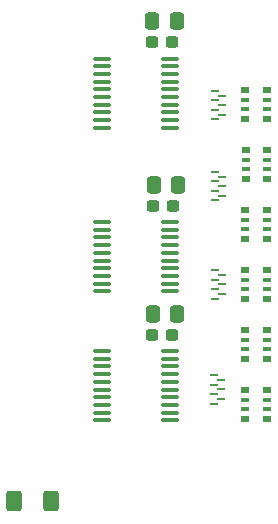
<source format=gbr>
%TF.GenerationSoftware,KiCad,Pcbnew,7.0.2-0*%
%TF.CreationDate,2023-06-06T22:34:11+02:00*%
%TF.ProjectId,SCAN2000_driver,5343414e-3230-4303-905f-647269766572,1.0*%
%TF.SameCoordinates,Original*%
%TF.FileFunction,Paste,Top*%
%TF.FilePolarity,Positive*%
%FSLAX46Y46*%
G04 Gerber Fmt 4.6, Leading zero omitted, Abs format (unit mm)*
G04 Created by KiCad (PCBNEW 7.0.2-0) date 2023-06-06 22:34:11*
%MOMM*%
%LPD*%
G01*
G04 APERTURE LIST*
G04 Aperture macros list*
%AMRoundRect*
0 Rectangle with rounded corners*
0 $1 Rounding radius*
0 $2 $3 $4 $5 $6 $7 $8 $9 X,Y pos of 4 corners*
0 Add a 4 corners polygon primitive as box body*
4,1,4,$2,$3,$4,$5,$6,$7,$8,$9,$2,$3,0*
0 Add four circle primitives for the rounded corners*
1,1,$1+$1,$2,$3*
1,1,$1+$1,$4,$5*
1,1,$1+$1,$6,$7*
1,1,$1+$1,$8,$9*
0 Add four rect primitives between the rounded corners*
20,1,$1+$1,$2,$3,$4,$5,0*
20,1,$1+$1,$4,$5,$6,$7,0*
20,1,$1+$1,$6,$7,$8,$9,0*
20,1,$1+$1,$8,$9,$2,$3,0*%
G04 Aperture macros list end*
%ADD10RoundRect,0.250000X-0.337500X-0.475000X0.337500X-0.475000X0.337500X0.475000X-0.337500X0.475000X0*%
%ADD11RoundRect,0.100000X-0.637500X-0.100000X0.637500X-0.100000X0.637500X0.100000X-0.637500X0.100000X0*%
%ADD12RoundRect,0.237500X-0.300000X-0.237500X0.300000X-0.237500X0.300000X0.237500X-0.300000X0.237500X0*%
%ADD13R,0.650000X0.200000*%
%ADD14R,0.800000X0.500000*%
%ADD15R,0.800000X0.400000*%
%ADD16RoundRect,0.250000X-0.400000X-0.625000X0.400000X-0.625000X0.400000X0.625000X-0.400000X0.625000X0*%
G04 APERTURE END LIST*
D10*
%TO.C,C4*%
X96858000Y-62611000D03*
X98933000Y-62611000D03*
%TD*%
D11*
%TO.C,U3*%
X92514500Y-76704000D03*
X92514500Y-77354000D03*
X92514500Y-78004000D03*
X92514500Y-78654000D03*
X92514500Y-79304000D03*
X92514500Y-79954000D03*
X92514500Y-80604000D03*
X92514500Y-81254000D03*
X92514500Y-81904000D03*
X92514500Y-82554000D03*
X98239500Y-82554000D03*
X98239500Y-81904000D03*
X98239500Y-81254000D03*
X98239500Y-80604000D03*
X98239500Y-79954000D03*
X98239500Y-79304000D03*
X98239500Y-78654000D03*
X98239500Y-78004000D03*
X98239500Y-77354000D03*
X98239500Y-76704000D03*
%TD*%
%TO.C,U2*%
X92514500Y-65782000D03*
X92514500Y-66432000D03*
X92514500Y-67082000D03*
X92514500Y-67732000D03*
X92514500Y-68382000D03*
X92514500Y-69032000D03*
X92514500Y-69682000D03*
X92514500Y-70332000D03*
X92514500Y-70982000D03*
X92514500Y-71632000D03*
X98239500Y-71632000D03*
X98239500Y-70982000D03*
X98239500Y-70332000D03*
X98239500Y-69682000D03*
X98239500Y-69032000D03*
X98239500Y-68382000D03*
X98239500Y-67732000D03*
X98239500Y-67082000D03*
X98239500Y-66432000D03*
X98239500Y-65782000D03*
%TD*%
%TO.C,U1*%
X92514500Y-51939000D03*
X92514500Y-52589000D03*
X92514500Y-53239000D03*
X92514500Y-53889000D03*
X92514500Y-54539000D03*
X92514500Y-55189000D03*
X92514500Y-55839000D03*
X92514500Y-56489000D03*
X92514500Y-57139000D03*
X92514500Y-57789000D03*
X98239500Y-57789000D03*
X98239500Y-57139000D03*
X98239500Y-56489000D03*
X98239500Y-55839000D03*
X98239500Y-55189000D03*
X98239500Y-54539000D03*
X98239500Y-53889000D03*
X98239500Y-53239000D03*
X98239500Y-52589000D03*
X98239500Y-51939000D03*
%TD*%
D12*
%TO.C,C5*%
X96700000Y-75311000D03*
X98425000Y-75311000D03*
%TD*%
D13*
%TO.C,D2*%
X102016000Y-61538000D03*
X102016000Y-62338000D03*
X102016000Y-63138000D03*
X102016000Y-63938000D03*
X102616000Y-61938000D03*
X102616000Y-62738000D03*
X102616000Y-63538000D03*
%TD*%
%TO.C,D3*%
X102016000Y-69850000D03*
X102016000Y-70650000D03*
X102016000Y-71450000D03*
X102016000Y-72250000D03*
X102616000Y-70250000D03*
X102616000Y-71050000D03*
X102616000Y-71850000D03*
%TD*%
D14*
%TO.C,RN1*%
X104626000Y-54610000D03*
D15*
X104626000Y-55410000D03*
X104626000Y-56210000D03*
D14*
X104626000Y-57010000D03*
X106426000Y-57010000D03*
D15*
X106426000Y-56210000D03*
X106426000Y-55410000D03*
D14*
X106426000Y-54610000D03*
%TD*%
D16*
%TO.C,F1*%
X85064000Y-89408000D03*
X88164000Y-89408000D03*
%TD*%
D14*
%TO.C,RN5*%
X104626000Y-74930000D03*
D15*
X104626000Y-75730000D03*
X104626000Y-76530000D03*
D14*
X104626000Y-77330000D03*
X106426000Y-77330000D03*
D15*
X106426000Y-76530000D03*
X106426000Y-75730000D03*
D14*
X106426000Y-74930000D03*
%TD*%
%TO.C,RN4*%
X104626000Y-69850000D03*
D15*
X104626000Y-70650000D03*
X104626000Y-71450000D03*
D14*
X104626000Y-72250000D03*
X106426000Y-72250000D03*
D15*
X106426000Y-71450000D03*
X106426000Y-70650000D03*
D14*
X106426000Y-69850000D03*
%TD*%
D13*
%TO.C,D1*%
X102016000Y-54680000D03*
X102016000Y-55480000D03*
X102016000Y-56280000D03*
X102016000Y-57080000D03*
X102616000Y-55080000D03*
X102616000Y-55880000D03*
X102616000Y-56680000D03*
%TD*%
D12*
%TO.C,C1*%
X96700000Y-50546000D03*
X98425000Y-50546000D03*
%TD*%
D14*
%TO.C,RN2*%
X104648000Y-59690000D03*
D15*
X104648000Y-60490000D03*
X104648000Y-61290000D03*
D14*
X104648000Y-62090000D03*
X106448000Y-62090000D03*
D15*
X106448000Y-61290000D03*
X106448000Y-60490000D03*
D14*
X106448000Y-59690000D03*
%TD*%
%TO.C,RN3*%
X104626000Y-64770000D03*
D15*
X104626000Y-65570000D03*
X104626000Y-66370000D03*
D14*
X104626000Y-67170000D03*
X106426000Y-67170000D03*
D15*
X106426000Y-66370000D03*
X106426000Y-65570000D03*
D14*
X106426000Y-64770000D03*
%TD*%
D10*
%TO.C,C6*%
X96774000Y-73533000D03*
X98849000Y-73533000D03*
%TD*%
%TO.C,C2*%
X96731000Y-48768000D03*
X98806000Y-48768000D03*
%TD*%
D14*
%TO.C,RN6*%
X104626000Y-80010000D03*
D15*
X104626000Y-80810000D03*
X104626000Y-81610000D03*
D14*
X104626000Y-82410000D03*
X106426000Y-82410000D03*
D15*
X106426000Y-81610000D03*
X106426000Y-80810000D03*
D14*
X106426000Y-80010000D03*
%TD*%
D12*
%TO.C,C3*%
X96800500Y-64389000D03*
X98525500Y-64389000D03*
%TD*%
D13*
%TO.C,D4*%
X101981000Y-78740000D03*
X101981000Y-79540000D03*
X101981000Y-80340000D03*
X101981000Y-81140000D03*
X102581000Y-79140000D03*
X102581000Y-79940000D03*
X102581000Y-80740000D03*
%TD*%
M02*

</source>
